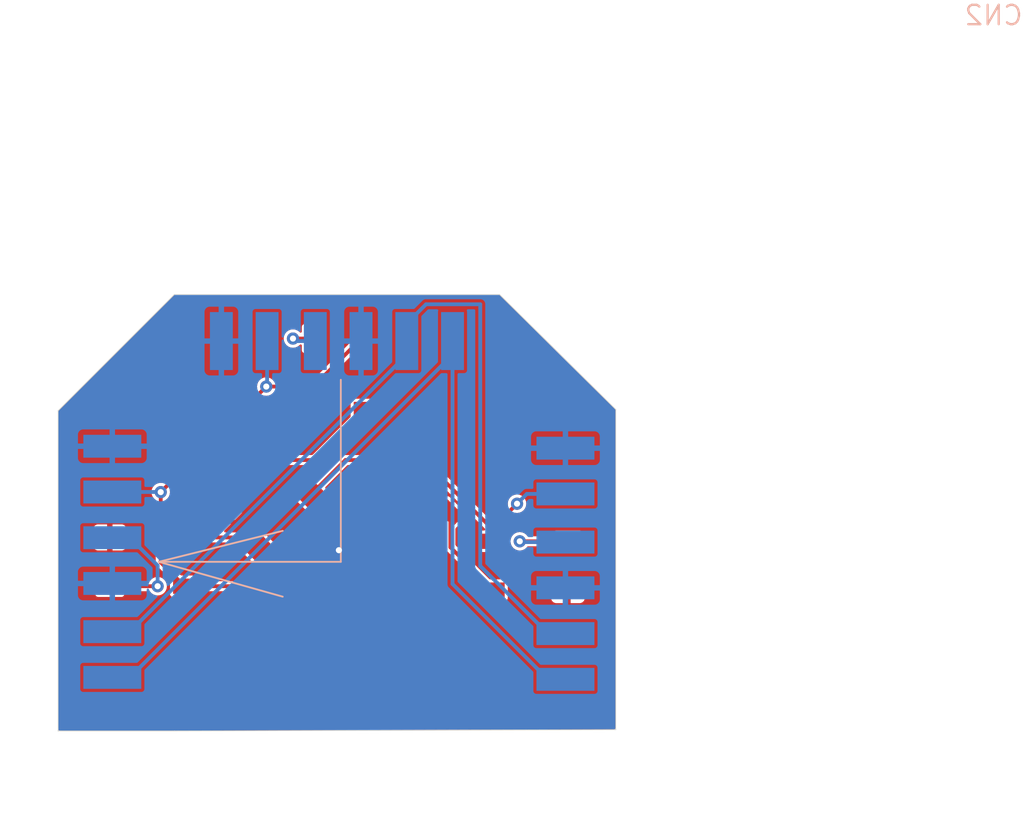
<source format=kicad_pcb>
(kicad_pcb (version 20211014) (generator pcbnew)
  (layers (0 "F.Cu" signal) (31 "B.Cu" signal) (34 "B.Paste" user) (35 "F.Paste" user) (36 "B.SilkS" user "B.Silkscreen") (37 "F.SilkS" user "F.Silkscreen") (38 "B.Mask" user) (39 "F.Mask" user) (44 "Edge.Cuts" user))
  (net 0 "")
  (net 1 "GND")
  (net 2 "Net-(CN1-Pad1)")
  (net 3 "Net-(CN1-Pad2)")
  (net 4 "Net-(CN1-Pad4)")
  (net 5 "+5V")
  (net 6 "Net-(CN2-Pad3)")
  (net 8 "Net-(CN3-Pad3)")
  (net 9 "Net-(D1-Pad4)")
  (net 10 "Net-(D3-Pad2)")
  (net 11 "Net-(D6-Pad2)")
  (footprint "LED_SMD:LED_WS2812B_PLCC4_5.0x5.0mm_P3.2mm" (layer "F.Cu") (at 136.144 103.632 45)
    (fp_text reference "D6" hide)
    (fp_text value "WS2812B")
    (pad "1" smd rect (at -2.45 -1.6 45) (size 1.5 1) (layers "F.Cu" "F.Paste" "F.Mask") (net 1 "GND"))
    (pad "2" smd rect (at -2.45 1.6 45) (size 1.5 1) (layers "F.Cu" "F.Paste" "F.Mask") (net 11 "Net-(D6-Pad2)"))
    (pad "3" smd rect (at 2.45 1.6 45) (size 1.5 1) (layers "F.Cu" "F.Paste" "F.Mask") (net 5 "+5V"))
    (pad "4" smd rect (at 2.45 -1.6 45) (size 1.5 1) (layers "F.Cu" "F.Paste" "F.Mask") (net 10 "Net-(D3-Pad2)"))
  )
  (footprint "LED_SMD:LED_WS2812B_PLCC4_5.0x5.0mm_P3.2mm" (layer "F.Cu") (at 153.416 107.696)
    (fp_text reference "D4" hide)
    (fp_text value "WS2812B")
    (pad "1" smd rect (at -2.45 -1.6) (size 1.5 1) (layers "F.Cu" "F.Paste" "F.Mask") (net 5 "+5V"))
    (pad "2" smd rect (at -2.45 1.6) (size 1.5 1) (layers "F.Cu" "F.Paste" "F.Mask") (net 9 "Net-(D1-Pad4)"))
    (pad "3" smd rect (at 2.45 1.6) (size 1.5 1) (layers "F.Cu" "F.Paste" "F.Mask") (net 1 "GND"))
    (pad "4" smd rect (at 2.45 -1.6) (size 1.5 1) (layers "F.Cu" "F.Paste" "F.Mask") (net 8 "Net-(CN3-Pad3)"))
  )
  (footprint "LED_SMD:LED_WS2812B_PLCC4_5.0x5.0mm_P3.2mm" (layer "F.Cu") (at 128.27 107.442)
    (fp_text reference "D7" hide)
    (fp_text value "WS2812B")
    (pad "1" smd rect (at -2.45 -1.6) (size 1.5 1) (layers "F.Cu" "F.Paste" "F.Mask") (net 1 "GND"))
    (pad "2" smd rect (at -2.45 1.6) (size 1.5 1) (layers "F.Cu" "F.Paste" "F.Mask") (net 4 "Net-(CN1-Pad4)"))
    (pad "3" smd rect (at 2.45 1.6) (size 1.5 1) (layers "F.Cu" "F.Paste" "F.Mask") (net 5 "+5V"))
    (pad "4" smd rect (at 2.45 -1.6) (size 1.5 1) (layers "F.Cu" "F.Paste" "F.Mask") (net 11 "Net-(D6-Pad2)"))
  )
  (footprint "LED_SMD:LED_WS2812B_PLCC4_5.0x5.0mm_P3.2mm" (layer "F.Cu") (at 140.716 95.25 90)
    (fp_text reference "D3" hide)
    (fp_text value "WS2812B")
    (pad "1" smd rect (at -2.45 -1.6 90) (size 1.5 1) (layers "F.Cu" "F.Paste" "F.Mask") (net 1 "GND"))
    (pad "2" smd rect (at -2.45 1.6 90) (size 1.5 1) (layers "F.Cu" "F.Paste" "F.Mask") (net 10 "Net-(D3-Pad2)"))
    (pad "3" smd rect (at 2.45 1.6 90) (size 1.5 1) (layers "F.Cu" "F.Paste" "F.Mask") (net 5 "+5V"))
    (pad "4" smd rect (at 2.45 -1.6 90) (size 1.5 1) (layers "F.Cu" "F.Paste" "F.Mask") (net 6 "Net-(CN2-Pad3)"))
  )
  (footprint "LED_SMD:LED_WS2812B_PLCC4_5.0x5.0mm_P3.2mm" (layer "F.Cu") (at 145.288 103.632 -45)
    (fp_text reference "D1" hide)
    (fp_text value "WS2812B")
    (pad "1" smd rect (at -2.45 -1.6 315) (size 1.5 1) (layers "F.Cu" "F.Paste" "F.Mask") (net 5 "+5V"))
    (pad "2" smd rect (at -2.45 1.6 315) (size 1.5 1) (layers "F.Cu" "F.Paste" "F.Mask"))
    (pad "3" smd rect (at 2.45 1.6 315) (size 1.5 1) (layers "F.Cu" "F.Paste" "F.Mask") (net 1 "GND"))
    (pad "4" smd rect (at 2.45 -1.6 315) (size 1.5 1) (layers "F.Cu" "F.Paste" "F.Mask") (net 9 "Net-(D1-Pad4)"))
  )
  (footprint "Adafruit NeoPixel 8 Stick:1X4-SMT" (layer "B.Cu") (at 155.702 107.069 -90)
    (fp_text reference "CN3" hide)
    (fp_text value "1X4SMT")
    (pad "1" smd rect (at -7.08 0 270) (size 1.5 3.8) (layers "B.Cu" "B.Paste" "B.Mask") (net 1 "GND"))
    (pad "2" smd rect (at -4.08 0 270) (size 1.5 3.8) (layers "B.Cu" "B.Paste" "B.Mask") (net 5 "+5V"))
    (pad "3" smd rect (at -0.92 0 270) (size 1.5 3.8) (layers "B.Cu" "B.Paste" "B.Mask") (net 8 "Net-(CN3-Pad3)"))
    (pad "4" smd rect (at 2.08 0 270) (size 1.5 3.8) (layers "B.Cu" "B.Paste" "B.Mask") (net 1 "GND"))
    (pad "5" smd rect (at 5.08 0 270) (size 1.5 3.8) (layers "B.Cu" "B.Paste" "B.Mask") (net 3 "Net-(CN1-Pad2)"))
    (pad "6" smd rect (at 8.08 0 270) (size 1.5 3.8) (layers "B.Cu" "B.Paste" "B.Mask") (net 2 "Net-(CN1-Pad1)"))
  )
  (footprint "Adafruit NeoPixel 8 Stick:1X4-SMT" (layer "B.Cu") (at 125.984 107.942 90)
    (fp_text reference "CN1" hide)
    (fp_text value "1X4SMT")
    (pad "1" smd rect (at -7.08 0 90) (size 1.5 3.8) (layers "B.Cu" "B.Paste" "B.Mask") (net 2 "Net-(CN1-Pad1)"))
    (pad "2" smd rect (at -4.08 0 90) (size 1.5 3.8) (layers "B.Cu" "B.Paste" "B.Mask") (net 3 "Net-(CN1-Pad2)"))
    (pad "3" smd rect (at -0.92 0 90) (size 1.5 3.8) (layers "B.Cu" "B.Paste" "B.Mask") (net 1 "GND"))
    (pad "4" smd rect (at 2.08 0 90) (size 1.5 3.8) (layers "B.Cu" "B.Paste" "B.Mask") (net 4 "Net-(CN1-Pad4)"))
    (pad "5" smd rect (at 5.08 0 90) (size 1.5 3.8) (layers "B.Cu" "B.Paste" "B.Mask") (net 5 "+5V"))
    (pad "6" smd rect (at 8.08 0 90) (size 1.5 3.8) (layers "B.Cu" "B.Paste" "B.Mask") (net 1 "GND"))
  )
  (footprint "Adafruit NeoPixel 8 Stick:1X4-SMT" (layer "B.Cu") (at 140.216 92.964)
    (fp_text reference "CN2" (at 43.568 -21.362) (layer "B.SilkS") (effects (font (size 1.27 1.27)) (justify mirror)))
    (fp_text value "1X4SMT")
    (pad "1" smd rect (at -7.08 0) (size 1.5 3.8) (layers "B.Cu" "B.Paste" "B.Mask") (net 1 "GND"))
    (pad "2" smd rect (at -4.08 0) (size 1.5 3.8) (layers "B.Cu" "B.Paste" "B.Mask") (net 5 "+5V"))
    (pad "3" smd rect (at -0.92 0) (size 1.5 3.8) (layers "B.Cu" "B.Paste" "B.Mask") (net 6 "Net-(CN2-Pad3)"))
    (pad "4" smd rect (at 2.08 0) (size 1.5 3.8) (layers "B.Cu" "B.Paste" "B.Mask") (net 1 "GND"))
    (pad "5" smd rect (at 5.08 0) (size 1.5 3.8) (layers "B.Cu" "B.Paste" "B.Mask") (net 3 "Net-(CN1-Pad2)"))
    (pad "6" smd rect (at 8.08 0) (size 1.5 3.8) (layers "B.Cu" "B.Paste" "B.Mask") (net 2 "Net-(CN1-Pad1)"))
  )
  (gr_line (start 140.97 107.442) (end 140.97 95.504) (layer "B.SilkS") (width 0.12))
  (gr_line (start 129.032 107.442) (end 137.16 105.41) (layer "B.SilkS") (width 0.12))
  (gr_line (start 140.97 107.442) (end 129.032 107.442) (layer "B.SilkS") (width 0.12))
  (gr_line (start 137.16 109.728) (end 129.032 107.442) (layer "B.SilkS") (width 0.12))
  (gr_line (start 130.048 89.915998) (end 151.384 89.915999) (layer "Edge.Cuts") (width 0.05))
  (gr_line (start 122.428 97.536) (end 122.428 118.536) (layer "Edge.Cuts") (width 0.05))
  (gr_line (start 151.384 89.915999) (end 159.004 97.45) (layer "Edge.Cuts") (width 0.05))
  (gr_line (start 130.048 118.536) (end 159.004 118.45) (layer "Edge.Cuts") (width 0.05))
  (gr_line (start 159.004 97.45) (end 159.004 118.45) (layer "Edge.Cuts") (width 0.05))
  (gr_line locked (start 122.428 118.536) (end 130.048 118.536) (layer "Edge.Cuts") (width 0.05))
  (gr_line (start 122.428 97.536) (end 130.048 89.915998) (layer "Edge.Cuts") (width 0.05))
  (via (at 140.843 106.68) (size 0.8) (drill 0.4) (layers "F.Cu" "B.Cu") (net 1))
  (segment (start 148.296 93.86) (end 148.296 92.964) (width 0.25) (layer "B.Cu") (net 2))
  (segment (start 127.134 115.022) (end 148.296 93.86) (width 0.25) (layer "B.Cu") (net 2))
  (segment (start 155.702 115.149) (end 154.552 115.149) (width 0.25) (layer "B.Cu") (net 2))
  (segment (start 148.296 108.893) (end 148.296 92.964) (width 0.25) (layer "B.Cu") (net 2))
  (segment (start 154.552 115.149) (end 148.296 108.893) (width 0.25) (layer "B.Cu") (net 2))
  (segment (start 125.984 115.022) (end 127.134 115.022) (width 0.25) (layer "B.Cu") (net 2))
  (segment (start 150.114 107.711) (end 150.114 90.551) (width 0.25) (layer "B.Cu") (net 3))
  (segment (start 146.559 90.551) (end 145.296 91.814) (width 0.25) (layer "B.Cu") (net 3))
  (segment (start 145.296 93.86) (end 145.296 92.964) (width 0.25) (layer "B.Cu") (net 3))
  (segment (start 125.984 112.022) (end 127.134 112.022) (width 0.25) (layer "B.Cu") (net 3))
  (segment (start 154.552 112.149) (end 150.114 107.711) (width 0.25) (layer "B.Cu") (net 3))
  (segment (start 155.702 112.149) (end 154.552 112.149) (width 0.25) (layer "B.Cu") (net 3))
  (segment (start 127.134 112.022) (end 145.296 93.86) (width 0.25) (layer "B.Cu") (net 3))
  (segment (start 145.296 91.814) (end 145.296 92.964) (width 0.25) (layer "B.Cu") (net 3))
  (segment (start 150.114 90.551) (end 146.559 90.551) (width 0.25) (layer "B.Cu") (net 3))
  (segment (start 125.82 109.042) (end 128.956 109.042) (width 0.25) (layer "F.Cu") (net 4))
  (via (at 128.956 109.042) (size 0.8) (drill 0.4) (layers "F.Cu" "B.Cu") (net 4))
  (segment (start 127.134 105.862) (end 128.956 107.684) (width 0.25) (layer "B.Cu") (net 4))
  (segment (start 125.984 105.862) (end 127.134 105.862) (width 0.25) (layer "B.Cu") (net 4))
  (segment (start 128.956 107.684) (end 128.956 109.042) (width 0.25) (layer "B.Cu") (net 4))
  (segment (start 136.068 109.042) (end 138.938 106.172) (width 0.25) (layer "F.Cu") (net 5))
  (segment (start 146.388218 100.768218) (end 150.966 105.346) (width 0.25) (layer "F.Cu") (net 5))
  (segment (start 150.966 105.346) (end 150.966 106.096) (width 0.25) (layer "F.Cu") (net 5))
  (segment (start 139.1675 95.9485) (end 136.0805 95.9485) (width 0.25) (layer "F.Cu") (net 5))
  (segment (start 150.966 105.193) (end 152.527 103.632) (width 0.25) (layer "F.Cu") (net 5))
  (segment (start 139.007782 103.030959) (end 141.270523 100.768218) (width 0.25) (layer "F.Cu") (net 5))
  (segment (start 129.159 107.481) (end 130.72 109.042) (width 0.25) (layer "F.Cu") (net 5))
  (segment (start 129.159 102.87) (end 129.159 107.481) (width 0.25) (layer "F.Cu") (net 5))
  (segment (start 142.316 92.8) (end 139.1675 95.9485) (width 0.25) (layer "F.Cu") (net 5))
  (segment (start 139.007782 106.114782) (end 139.007782 103.030959) (width 0.25) (layer "F.Cu") (net 5))
  (segment (start 129.159 102.87) (end 136.0805 95.9485) (width 0.25) (layer "F.Cu") (net 5))
  (segment (start 130.72 109.042) (end 136.068 109.042) (width 0.25) (layer "F.Cu") (net 5))
  (segment (start 150.966 106.096) (end 150.966 105.193) (width 0.25) (layer "F.Cu") (net 5))
  (segment (start 144.686959 100.768218) (end 146.388218 100.768218) (width 0.25) (layer "F.Cu") (net 5))
  (segment (start 141.270523 100.768218) (end 144.686959 100.768218) (width 0.25) (layer "F.Cu") (net 5))
  (via (at 129.159 102.87) (size 0.8) (drill 0.4) (layers "F.Cu" "B.Cu") (net 5))
  (via (at 152.527 103.632) (size 0.8) (drill 0.4) (layers "F.Cu" "B.Cu") (net 5))
  (via (at 136.0805 95.9485) (size 0.8) (drill 0.4) (layers "F.Cu" "B.Cu") (net 5))
  (segment (start 125.984 102.862) (end 129.151 102.862) (width 0.25) (layer "B.Cu") (net 5))
  (segment (start 136.136 92.964) (end 136.136 95.893) (width 0.25) (layer "B.Cu") (net 5))
  (segment (start 155.702 102.989) (end 153.17 102.989) (width 0.25) (layer "B.Cu") (net 5))
  (segment (start 153.17 102.989) (end 152.527 103.632) (width 0.25) (layer "B.Cu") (net 5))
  (segment (start 129.151 102.862) (end 129.159 102.87) (width 0.25) (layer "B.Cu") (net 5))
  (segment (start 139.116 92.8) (end 137.832 92.8) (width 0.25) (layer "F.Cu") (net 6))
  (via (at 137.832 92.8) (size 0.8) (drill 0.4) (layers "F.Cu" "B.Cu") (net 6))
  (segment (start 139.296 92.964) (end 137.996 92.964) (width 0.25) (layer "B.Cu") (net 6))
  (segment (start 137.996 92.964) (end 137.832 92.8) (width 0.25) (layer "B.Cu") (net 6))
  (segment (start 155.866 106.096) (end 152.705 106.096) (width 0.25) (layer "F.Cu") (net 8))
  (via (at 152.705 106.096) (size 0.8) (drill 0.4) (layers "F.Cu" "B.Cu") (net 8))
  (segment (start 155.702 106.149) (end 152.758 106.149) (width 0.25) (layer "B.Cu") (net 8))
  (segment (start 152.758 106.149) (end 152.705 106.096) (width 0.25) (layer "B.Cu") (net 8))
  (segment (start 148.151782 106.481782) (end 148.151782 104.233041) (width 0.25) (layer "F.Cu") (net 9))
  (segment (start 150.966 109.296) (end 148.151782 106.481782) (width 0.25) (layer "F.Cu") (net 9))
  (segment (start 136.745041 100.768218) (end 139.247782 100.768218) (width 0.25) (layer "F.Cu") (net 10))
  (segment (start 139.247782 100.768218) (end 142.316 97.7) (width 0.25) (layer "F.Cu") (net 10))
  (segment (start 134.889177 105.842) (end 135.542959 106.495782) (width 0.25) (layer "F.Cu") (net 11))
  (segment (start 130.72 105.842) (end 134.889177 105.842) (width 0.25) (layer "F.Cu") (net 11))
  (zone (net 1) (net_name "GND") (layers F&B.Cu) (priority 6) (connect_pads (clearance 0.000001)) (min_thickness 0.1524) (fill yes (thermal_gap 0.3548) (thermal_bridge_width 0.3548))
    (polygon (pts (xy 164.338 86.36) (xy 163.83 124.206) (xy 118.872 123.444) (xy 118.618 86.614)))
  )
)
</source>
